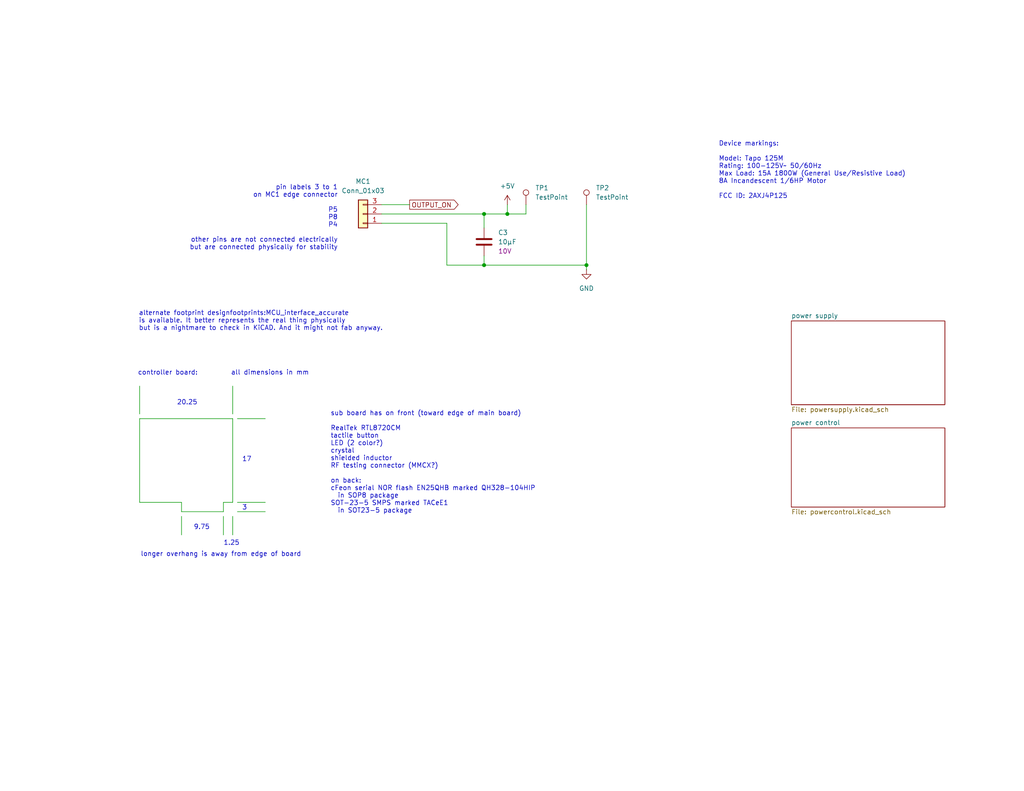
<source format=kicad_sch>
(kicad_sch (version 20250114) (generator "eeschema") (generator_version "9.0")
  (paper "USLetter")
  (title_block (title "T smart switched power outlet") (date "2025-08-01"))
  (lib_symbols
    (symbol "Connector:TestPoint" (pin_numbers (hide yes)) (pin_names (offset 0.762) (hide yes))
      (property "Reference" "TP" (at 0 6.858 0))
      (property "Value" "TestPoint" (at 0 5.08 0))
      (symbol "TestPoint_0_1"
        (circle (center 0 3.302) (radius 0.762))
      )
      (symbol "TestPoint_1_1"
        (pin passive line (at 0 0 90) (length 2.54) (name "1") (number "1"))
      )
    )
    (symbol "Connector_Generic:Conn_01x03" (pin_names (offset 1.016) (hide yes))
      (property "Reference" "J" (at 0 5.08 0))
      (property "Value" "Conn_01x03" (at 0 -5.08 0))
      (symbol "Conn_01x03_1_1"
        (rectangle (start -1.27 3.81) (end 1.27 -3.81) (stroke (width 0.254)) (fill (type background)))
        (rectangle (start -1.27 2.667) (end 0 2.413) (stroke (width 0.1524)))
        (rectangle (start -1.27 0.127) (end 0 -0.127) (stroke (width 0.1524)))
        (rectangle (start -1.27 -2.413) (end 0 -2.667) (stroke (width 0.1524)))
        (pin passive line (at -5.08 2.54 0) (length 3.81) (name "Pin_1") (number "1"))
        (pin passive line (at -5.08 0 0) (length 3.81) (name "Pin_2") (number "2"))
        (pin passive line (at -5.08 -2.54 0) (length 3.81) (name "Pin_3") (number "3"))
      )
    )
    (symbol "Device:C" (pin_numbers (hide yes)) (pin_names (offset 0.254))
      (property "Reference" "C" (at 0.635 2.54 0))
      (property "Value" "C" (at 0.635 -2.54 0))
      (symbol "C_0_1"
        (polyline (pts (xy -2.032 0.762) (xy 2.032 0.762)) (stroke (width 0.508)))
        (polyline (pts (xy -2.032 -0.762) (xy 2.032 -0.762)) (stroke (width 0.508)))
      )
      (symbol "C_1_1"
        (pin passive line (at 0 3.81 270) (length 2.794) (name "~") (number "1"))
        (pin passive line (at 0 -3.81 90) (length 2.794) (name "~") (number "2"))
      )
    )
    (symbol "power:+5V" (power) (pin_numbers (hide yes)) (pin_names (offset 0) (hide yes))
      (property "Value" "+5V" (at 0 3.556 0))
      (symbol "+5V_0_1"
        (polyline (pts (xy -0.762 1.27) (xy 0 2.54)))
        (polyline (pts (xy 0 2.54) (xy 0.762 1.27)))
        (polyline (pts (xy 0 0) (xy 0 2.54)))
      )
      (symbol "+5V_1_1"
        (pin power_in line (at 0 0 90) (length 0) (name "~") (number "1"))
      )
    )
    (symbol "power:GND" (power) (pin_numbers (hide yes)) (pin_names (offset 0) (hide yes))
      (property "Value" "GND" (at 0 -3.81 0))
      (symbol "GND_0_1"
        (polyline (pts (xy 0 0) (xy 0 -1.27) (xy 1.27 -1.27) (xy 0 -2.54) (xy -1.27 -1.27) (xy 0 -1.27)))
      )
      (symbol "GND_1_1"
        (pin power_in line (at 0 0 270) (length 0) (name "~") (number "1"))
      )
    )
  )
  (text "pin labels 3 to 1\non MC1 edge connector\n\nP5\nP8\nP4\n\nother pins are not connected electrically\nbut are connected physically for stability" (at 92.202 59.436 0) (effects (font (size 1.27 1.27)) (justify right)))
  (text "Device markings:\n\nModel: Tapo 125M\nRating: 100-125V~ 50/60Hz\nMax Load: 15A 1800W (General Use/Resistive Load)\n8A Incandescent 1/6HP Motor\n\nFCC ID: 2AXJ4P125" (at 196.088 46.482 0) (effects (font (size 1.27 1.27)) (justify left)))
  (text "alternate footprint designfootprints:MCU_interface_accurate\nis available. It better represents the real thing physically\nbut is a nightmare to check in KiCAD. And it might not fab anyway." (at 37.846 87.63 0) (effects (font (size 1.27 1.27)) (justify left)))
  (text "1.25" (at 60.96 148.336 0) (effects (font (size 1.27 1.27)) (justify left)))
  (text "17" (at 66.04 125.476 0) (effects (font (size 1.27 1.27)) (justify left)))
  (text "3" (at 66.04 138.684 0) (effects (font (size 1.27 1.27)) (justify left)))
  (text "9.75" (at 52.832 144.018 0) (effects (font (size 1.27 1.27)) (justify left)))
  (text "all dimensions in mm" (at 62.992 101.854 0) (effects (font (size 1.27 1.27)) (justify left)))
  (text "sub board has on front (toward edge of main board)\n\nRealTek RTL8720CM\ntactile button\nLED (2 color?)\ncrystal\nshielded inductor\nRF testing connector (MMCX?)\n\non back:\ncFeon serial NOR flash EN25QHB marked QH328-104HIP\n  in SOP8 package\nSOT-23-5 SMPS marked TACeE1\n  in SOT23-5 package" (at 90.17 126.238 0) (effects (font (size 1.27 1.27)) (justify left)))
  (text "20.25" (at 48.26 109.982 0) (effects (font (size 1.27 1.27)) (justify left)))
  (text "longer overhang is away from edge of board" (at 38.354 151.384 0) (effects (font (size 1.27 1.27)) (justify left)))
  (text "controller board:" (at 37.592 101.854 0) (effects (font (size 1.27 1.27)) (justify left)))
  (junction (at 138.43 58.42))
  (junction (at 160.02 72.39))
  (junction (at 132.08 72.39))
  (junction (at 132.08 58.42))
  (wire (pts (xy 160.02 72.39) (xy 160.02 55.88)))
  (wire (pts (xy 49.53 137.16) (xy 38.1 137.16)))
  (wire (pts (xy 63.5 114.3) (xy 63.5 137.16)))
  (wire (pts (xy 64.77 137.16) (xy 72.39 137.16)))
  (wire (pts (xy 138.43 58.42) (xy 138.43 55.88)))
  (wire (pts (xy 64.77 114.3) (xy 72.39 114.3)))
  (wire (pts (xy 63.5 105.41) (xy 63.5 113.03)))
  (wire (pts (xy 132.08 58.42) (xy 138.43 58.42)))
  (wire (pts (xy 63.5 140.97) (xy 63.5 146.05)))
  (wire (pts (xy 132.08 58.42) (xy 132.08 62.23)))
  (wire (pts (xy 60.96 140.97) (xy 60.96 146.05)))
  (wire (pts (xy 121.92 72.39) (xy 132.08 72.39)))
  (wire (pts (xy 38.1 114.3) (xy 63.5 114.3)))
  (wire (pts (xy 104.14 58.42) (xy 132.08 58.42)))
  (wire (pts (xy 104.14 55.88) (xy 111.76 55.88)))
  (wire (pts (xy 38.1 114.3) (xy 38.1 137.16)))
  (wire (pts (xy 121.92 72.39) (xy 121.92 60.96)))
  (wire (pts (xy 63.5 137.16) (xy 60.96 137.16)))
  (wire (pts (xy 60.96 137.16) (xy 60.96 139.7)))
  (wire (pts (xy 60.96 139.7) (xy 49.53 139.7)))
  (wire (pts (xy 138.43 58.42) (xy 143.51 58.42)))
  (wire (pts (xy 49.53 139.7) (xy 49.53 137.16)))
  (wire (pts (xy 132.08 72.39) (xy 160.02 72.39)))
  (wire (pts (xy 143.51 58.42) (xy 143.51 55.88)))
  (wire (pts (xy 160.02 72.39) (xy 160.02 73.66)))
  (wire (pts (xy 49.53 140.97) (xy 49.53 146.05)))
  (wire (pts (xy 104.14 60.96) (xy 121.92 60.96)))
  (wire (pts (xy 38.1 105.41) (xy 38.1 113.03)))
  (wire (pts (xy 64.77 139.7) (xy 72.39 139.7)))
  (wire (pts (xy 132.08 69.85) (xy 132.08 72.39)))
  (global_label "OUTPUT_ON" (shape output) (at 111.76 55.88 0) (property "Intersheetrefs" "${INTERSHEET_REFS}" (effects (hide yes))))
  (symbol (lib_id "Device:C") (at 132.08 66.04 0) (unit 1)
    (property "Reference" "C3" (at 135.89 63.4999 0) (effects (justify left)))
    (property "Value" "10µF" (at 135.89 66.0399 0) (effects (justify left)))
    (property "Footprint" "Capacitor_SMD:C_0603_1608Metric" (effects (hide yes)))
    (property "Description" "Unpolarized capacitor" (effects (hide yes)))
    (property "Voltage" "10V" (at 135.89 68.5799 0) (effects (justify left)))
  )
  (symbol (lib_id "Connector_Generic:Conn_01x03") (at 99.06 58.42 180) (unit 1)
    (property "Reference" "MC1" (at 99.06 49.53 0))
    (property "Value" "Conn_01x03" (at 99.06 52.07 0))
    (property "Footprint" "designfootprints:MCU_interface" (effects (hide yes)))
    (property "Description" "Generic connector, single row, 01x03, script generated (kicad-library-utils/schlib/autogen/connector/)" (effects (hide yes)))
  )
  (symbol (lib_id "power:+5V") (at 138.43 55.88 0) (unit 1)
    (property "Reference" "#PWR08" (effects (hide yes)))
    (property "Value" "+5V" (at 138.43 50.8 0))
    (property "Description" "Power symbol creates a global label with name \"+5V\"" (effects (hide yes)))
  )
  (symbol (lib_id "Connector:TestPoint") (at 143.51 55.88 0) (unit 1)
    (property "Reference" "TP1" (at 146.05 51.3079 0) (effects (justify left)))
    (property "Value" "TestPoint" (at 146.05 53.8479 0) (effects (justify left)))
    (property "Footprint" "TestPoint:TestPoint_Pad_D1.0mm" (effects (hide yes)))
    (property "Description" "test point" (effects (hide yes)))
  )
  (symbol (lib_id "Connector:TestPoint") (at 160.02 55.88 0) (unit 1)
    (property "Reference" "TP2" (at 162.56 51.3079 0) (effects (justify left)))
    (property "Value" "TestPoint" (at 162.56 53.8479 0) (effects (justify left)))
    (property "Footprint" "TestPoint:TestPoint_Pad_D1.0mm" (effects (hide yes)))
    (property "Description" "test point" (effects (hide yes)))
  )
  (symbol (lib_id "power:GND") (at 160.02 73.66 0) (unit 1)
    (property "Reference" "#PWR07" (effects (hide yes)))
    (property "Value" "GND" (at 160.02 78.74 0))
    (property "Description" "Power symbol creates a global label with name \"GND\" , ground" (effects (hide yes)))
  )
  (sheet (at 215.9 116.84) (size 41.91 21.59) (stroke (width 0.1524))
    (property "Sheetname" "power control" (at 215.9 116.1284 0) (effects (justify left bottom)))
    (property "Sheetfile" "powercontrol.kicad_sch" (at 215.9 139.0146 0) (effects (justify left top)))
  )
  (sheet (at 215.9 87.63) (size 41.91 22.86) (stroke (width 0.1524))
    (property "Sheetname" "power supply" (at 215.9 86.9184 0) (effects (justify left bottom)))
    (property "Sheetfile" "powersupply.kicad_sch" (at 215.9 111.0746 0) (effects (justify left top)))
  )
)
</source>
